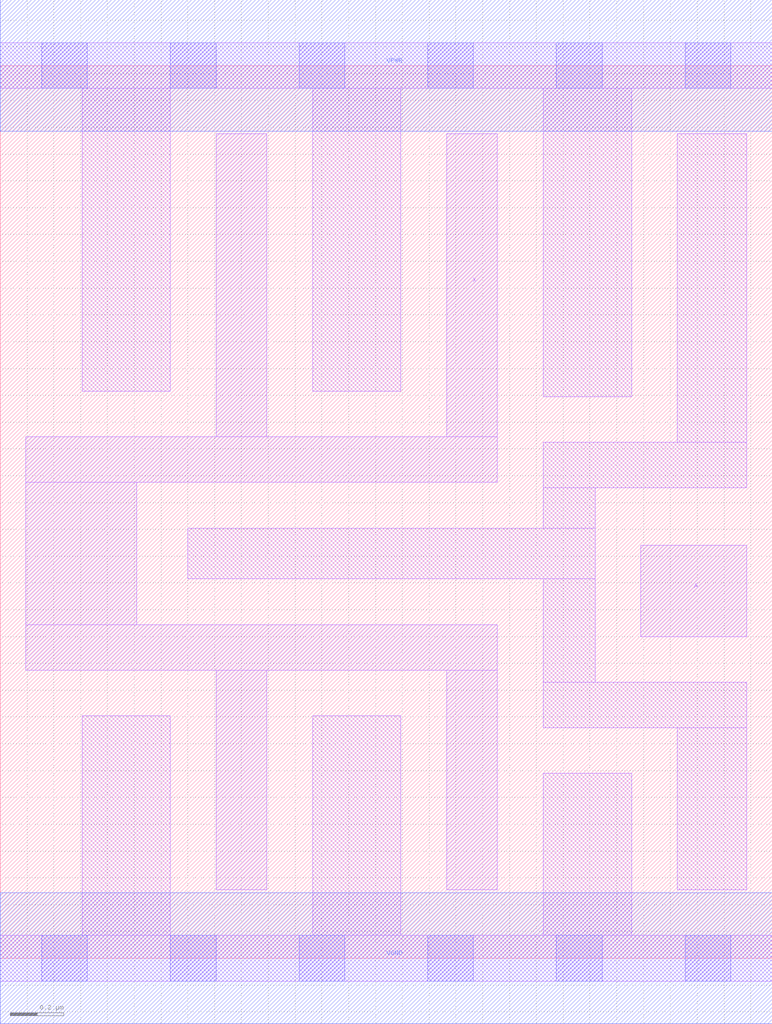
<source format=lef>
# Copyright 2020 The SkyWater PDK Authors
#
# Licensed under the Apache License, Version 2.0 (the "License");
# you may not use this file except in compliance with the License.
# You may obtain a copy of the License at
#
#     https://www.apache.org/licenses/LICENSE-2.0
#
# Unless required by applicable law or agreed to in writing, software
# distributed under the License is distributed on an "AS IS" BASIS,
# WITHOUT WARRANTIES OR CONDITIONS OF ANY KIND, either express or implied.
# See the License for the specific language governing permissions and
# limitations under the License.
#
# SPDX-License-Identifier: Apache-2.0

VERSION 5.7 ;
  NAMESCASESENSITIVE ON ;
  NOWIREEXTENSIONATPIN ON ;
  DIVIDERCHAR "/" ;
  BUSBITCHARS "[]" ;
UNITS
  DATABASE MICRONS 200 ;
END UNITS
MACRO sky130_fd_sc_lp__buf_4
  CLASS CORE ;
  SOURCE USER ;
  FOREIGN sky130_fd_sc_lp__buf_4 ;
  ORIGIN  0.000000  0.000000 ;
  SIZE  2.880000 BY  3.330000 ;
  SYMMETRY X Y R90 ;
  SITE unit ;
  PIN A
    ANTENNAGATEAREA  0.315000 ;
    DIRECTION INPUT ;
    USE SIGNAL ;
    PORT
      LAYER li1 ;
        RECT 2.390000 1.200000 2.785000 1.540000 ;
    END
  END A
  PIN X
    ANTENNADIFFAREA  1.176000 ;
    DIRECTION OUTPUT ;
    USE SIGNAL ;
    PORT
      LAYER li1 ;
        RECT 0.095000 1.075000 1.855000 1.245000 ;
        RECT 0.095000 1.245000 0.510000 1.775000 ;
        RECT 0.095000 1.775000 1.855000 1.945000 ;
        RECT 0.805000 0.255000 0.995000 1.075000 ;
        RECT 0.805000 1.945000 0.995000 3.075000 ;
        RECT 1.665000 0.255000 1.855000 1.075000 ;
        RECT 1.665000 1.945000 1.855000 3.075000 ;
    END
  END X
  PIN VGND
    DIRECTION INOUT ;
    USE GROUND ;
    PORT
      LAYER met1 ;
        RECT 0.000000 -0.245000 2.880000 0.245000 ;
    END
  END VGND
  PIN VPWR
    DIRECTION INOUT ;
    USE POWER ;
    PORT
      LAYER met1 ;
        RECT 0.000000 3.085000 2.880000 3.575000 ;
    END
  END VPWR
  OBS
    LAYER li1 ;
      RECT 0.000000 -0.085000 2.880000 0.085000 ;
      RECT 0.000000  3.245000 2.880000 3.415000 ;
      RECT 0.305000  0.085000 0.635000 0.905000 ;
      RECT 0.305000  2.115000 0.635000 3.245000 ;
      RECT 0.700000  1.415000 2.220000 1.605000 ;
      RECT 1.165000  0.085000 1.495000 0.905000 ;
      RECT 1.165000  2.115000 1.495000 3.245000 ;
      RECT 2.025000  0.085000 2.355000 0.690000 ;
      RECT 2.025000  0.860000 2.785000 1.030000 ;
      RECT 2.025000  1.030000 2.220000 1.415000 ;
      RECT 2.025000  1.605000 2.220000 1.755000 ;
      RECT 2.025000  1.755000 2.785000 1.925000 ;
      RECT 2.025000  2.095000 2.355000 3.245000 ;
      RECT 2.525000  0.255000 2.785000 0.860000 ;
      RECT 2.525000  1.925000 2.785000 3.075000 ;
    LAYER mcon ;
      RECT 0.155000 -0.085000 0.325000 0.085000 ;
      RECT 0.155000  3.245000 0.325000 3.415000 ;
      RECT 0.635000 -0.085000 0.805000 0.085000 ;
      RECT 0.635000  3.245000 0.805000 3.415000 ;
      RECT 1.115000 -0.085000 1.285000 0.085000 ;
      RECT 1.115000  3.245000 1.285000 3.415000 ;
      RECT 1.595000 -0.085000 1.765000 0.085000 ;
      RECT 1.595000  3.245000 1.765000 3.415000 ;
      RECT 2.075000 -0.085000 2.245000 0.085000 ;
      RECT 2.075000  3.245000 2.245000 3.415000 ;
      RECT 2.555000 -0.085000 2.725000 0.085000 ;
      RECT 2.555000  3.245000 2.725000 3.415000 ;
  END
END sky130_fd_sc_lp__buf_4

</source>
